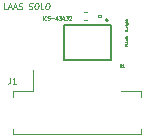
<source format=gbr>
%TF.GenerationSoftware,KiCad,Pcbnew,6.0.4-6f826c9f35~116~ubuntu18.04.1*%
%TF.CreationDate,2022-05-30T12:28:13+02:00*%
%TF.ProjectId,Micro_43432,4d696372-6f5f-4343-9334-33322e6b6963,rev?*%
%TF.SameCoordinates,Original*%
%TF.FileFunction,Legend,Top*%
%TF.FilePolarity,Positive*%
%FSLAX46Y46*%
G04 Gerber Fmt 4.6, Leading zero omitted, Abs format (unit mm)*
G04 Created by KiCad (PCBNEW 6.0.4-6f826c9f35~116~ubuntu18.04.1) date 2022-05-30 12:28:13*
%MOMM*%
%LPD*%
G01*
G04 APERTURE LIST*
%ADD10C,0.050000*%
%ADD11C,0.100000*%
%ADD12C,0.127000*%
%ADD13C,0.200000*%
%ADD14C,0.120000*%
G04 APERTURE END LIST*
D10*
X131578741Y-67135714D02*
X131616241Y-66835714D01*
X131896598Y-67107142D02*
X131880526Y-67121428D01*
X131835883Y-67135714D01*
X131807312Y-67135714D01*
X131766241Y-67121428D01*
X131741241Y-67092857D01*
X131730526Y-67064285D01*
X131723383Y-67007142D01*
X131728741Y-66964285D01*
X131750169Y-66907142D01*
X131768026Y-66878571D01*
X131800169Y-66850000D01*
X131844812Y-66835714D01*
X131873383Y-66835714D01*
X131914455Y-66850000D01*
X131926955Y-66864285D01*
X132009098Y-67121428D02*
X132050169Y-67135714D01*
X132121598Y-67135714D01*
X132151955Y-67121428D01*
X132168026Y-67107142D01*
X132185883Y-67078571D01*
X132189455Y-67050000D01*
X132178741Y-67021428D01*
X132166241Y-67007142D01*
X132139455Y-66992857D01*
X132084098Y-66978571D01*
X132057312Y-66964285D01*
X132044812Y-66950000D01*
X132034098Y-66921428D01*
X132037669Y-66892857D01*
X132055526Y-66864285D01*
X132071598Y-66850000D01*
X132101955Y-66835714D01*
X132173383Y-66835714D01*
X132214455Y-66850000D01*
X132321598Y-67021428D02*
X132550169Y-67021428D01*
X132832312Y-66935714D02*
X132807312Y-67135714D01*
X132775169Y-66821428D02*
X132676955Y-67035714D01*
X132862669Y-67035714D01*
X132973383Y-66835714D02*
X133159098Y-66835714D01*
X133044812Y-66950000D01*
X133087669Y-66950000D01*
X133114455Y-66964285D01*
X133126955Y-66978571D01*
X133137669Y-67007142D01*
X133128741Y-67078571D01*
X133110883Y-67107142D01*
X133094812Y-67121428D01*
X133064455Y-67135714D01*
X132978741Y-67135714D01*
X132951955Y-67121428D01*
X132939455Y-67107142D01*
X133403741Y-66935714D02*
X133378741Y-67135714D01*
X133346598Y-66821428D02*
X133248383Y-67035714D01*
X133434098Y-67035714D01*
X133544812Y-66835714D02*
X133730526Y-66835714D01*
X133616241Y-66950000D01*
X133659098Y-66950000D01*
X133685883Y-66964285D01*
X133698383Y-66978571D01*
X133709098Y-67007142D01*
X133700169Y-67078571D01*
X133682312Y-67107142D01*
X133666241Y-67121428D01*
X133635883Y-67135714D01*
X133550169Y-67135714D01*
X133523383Y-67121428D01*
X133510883Y-67107142D01*
X133841241Y-66864285D02*
X133857312Y-66850000D01*
X133887669Y-66835714D01*
X133959098Y-66835714D01*
X133985883Y-66850000D01*
X133998383Y-66864285D01*
X134009098Y-66892857D01*
X134005526Y-66921428D01*
X133985883Y-66964285D01*
X133793026Y-67135714D01*
X133978741Y-67135714D01*
X128535997Y-66226190D02*
X128297901Y-66226190D01*
X128360401Y-65726190D01*
X128696711Y-66083333D02*
X128934806Y-66083333D01*
X128631235Y-66226190D02*
X128860401Y-65726190D01*
X128964568Y-66226190D01*
X129125282Y-66083333D02*
X129363377Y-66083333D01*
X129059806Y-66226190D02*
X129288973Y-65726190D01*
X129393139Y-66226190D01*
X129538973Y-66202380D02*
X129607425Y-66226190D01*
X129726473Y-66226190D01*
X129777068Y-66202380D01*
X129803854Y-66178571D01*
X129833616Y-66130952D01*
X129839568Y-66083333D01*
X129821711Y-66035714D01*
X129800877Y-66011904D01*
X129756235Y-65988095D01*
X129663973Y-65964285D01*
X129619330Y-65940476D01*
X129598497Y-65916666D01*
X129580639Y-65869047D01*
X129586592Y-65821428D01*
X129616354Y-65773809D01*
X129643139Y-65750000D01*
X129693735Y-65726190D01*
X129812782Y-65726190D01*
X129881235Y-65750000D01*
X130396116Y-66202380D02*
X130464568Y-66226190D01*
X130583616Y-66226190D01*
X130634211Y-66202380D01*
X130660997Y-66178571D01*
X130690758Y-66130952D01*
X130696711Y-66083333D01*
X130678854Y-66035714D01*
X130658020Y-66011904D01*
X130613377Y-65988095D01*
X130521116Y-65964285D01*
X130476473Y-65940476D01*
X130455639Y-65916666D01*
X130437782Y-65869047D01*
X130443735Y-65821428D01*
X130473497Y-65773809D01*
X130500282Y-65750000D01*
X130550877Y-65726190D01*
X130669925Y-65726190D01*
X130738377Y-65750000D01*
X131050877Y-65726190D02*
X131146116Y-65726190D01*
X131190758Y-65750000D01*
X131232425Y-65797619D01*
X131244330Y-65892857D01*
X131223497Y-66059523D01*
X131187782Y-66154761D01*
X131134211Y-66202380D01*
X131083616Y-66226190D01*
X130988377Y-66226190D01*
X130943735Y-66202380D01*
X130902068Y-66154761D01*
X130890163Y-66059523D01*
X130910997Y-65892857D01*
X130946711Y-65797619D01*
X131000282Y-65750000D01*
X131050877Y-65726190D01*
X131655044Y-66226190D02*
X131416949Y-66226190D01*
X131479449Y-65726190D01*
X131979449Y-65726190D02*
X132074687Y-65726190D01*
X132119330Y-65750000D01*
X132160997Y-65797619D01*
X132172901Y-65892857D01*
X132152068Y-66059523D01*
X132116354Y-66154761D01*
X132062782Y-66202380D01*
X132012187Y-66226190D01*
X131916949Y-66226190D01*
X131872306Y-66202380D01*
X131830639Y-66154761D01*
X131818735Y-66059523D01*
X131839568Y-65892857D01*
X131875282Y-65797619D01*
X131928854Y-65750000D01*
X131979449Y-65726190D01*
%TO.C,R_left*%
X138740476Y-69216666D02*
X138645238Y-69283333D01*
X138740476Y-69330952D02*
X138540476Y-69330952D01*
X138540476Y-69254761D01*
X138550000Y-69235714D01*
X138559523Y-69226190D01*
X138578571Y-69216666D01*
X138607142Y-69216666D01*
X138626190Y-69226190D01*
X138635714Y-69235714D01*
X138645238Y-69254761D01*
X138645238Y-69330952D01*
X138759523Y-69178571D02*
X138759523Y-69026190D01*
X138740476Y-68950000D02*
X138730952Y-68969047D01*
X138711904Y-68978571D01*
X138540476Y-68978571D01*
X138730952Y-68797619D02*
X138740476Y-68816666D01*
X138740476Y-68854761D01*
X138730952Y-68873809D01*
X138711904Y-68883333D01*
X138635714Y-68883333D01*
X138616666Y-68873809D01*
X138607142Y-68854761D01*
X138607142Y-68816666D01*
X138616666Y-68797619D01*
X138635714Y-68788095D01*
X138654761Y-68788095D01*
X138673809Y-68883333D01*
X138607142Y-68730952D02*
X138607142Y-68654761D01*
X138740476Y-68702380D02*
X138569047Y-68702380D01*
X138550000Y-68692857D01*
X138540476Y-68673809D01*
X138540476Y-68654761D01*
X138607142Y-68616666D02*
X138607142Y-68540476D01*
X138540476Y-68588095D02*
X138711904Y-68588095D01*
X138730952Y-68578571D01*
X138740476Y-68559523D01*
X138740476Y-68540476D01*
%TO.C,C1*%
X136366666Y-66871428D02*
X136357142Y-66880952D01*
X136328571Y-66890476D01*
X136309523Y-66890476D01*
X136280952Y-66880952D01*
X136261904Y-66861904D01*
X136252380Y-66842857D01*
X136242857Y-66804761D01*
X136242857Y-66776190D01*
X136252380Y-66738095D01*
X136261904Y-66719047D01*
X136280952Y-66700000D01*
X136309523Y-66690476D01*
X136328571Y-66690476D01*
X136357142Y-66700000D01*
X136366666Y-66709523D01*
X136557142Y-66890476D02*
X136442857Y-66890476D01*
X136500000Y-66890476D02*
X136500000Y-66690476D01*
X136480952Y-66719047D01*
X136461904Y-66738095D01*
X136442857Y-66747619D01*
D11*
%TO.C,J1*%
X128833333Y-72026190D02*
X128833333Y-72383333D01*
X128809523Y-72454761D01*
X128761904Y-72502380D01*
X128690476Y-72526190D01*
X128642857Y-72526190D01*
X129333333Y-72526190D02*
X129047619Y-72526190D01*
X129190476Y-72526190D02*
X129190476Y-72026190D01*
X129142857Y-72097619D01*
X129095238Y-72145238D01*
X129047619Y-72169047D01*
D10*
%TO.C,R1*%
X138254166Y-71090476D02*
X138187500Y-70995238D01*
X138139880Y-71090476D02*
X138139880Y-70890476D01*
X138216071Y-70890476D01*
X138235119Y-70900000D01*
X138244642Y-70909523D01*
X138254166Y-70928571D01*
X138254166Y-70957142D01*
X138244642Y-70976190D01*
X138235119Y-70985714D01*
X138216071Y-70995238D01*
X138139880Y-70995238D01*
X138444642Y-71090476D02*
X138330357Y-71090476D01*
X138387500Y-71090476D02*
X138387500Y-70890476D01*
X138368452Y-70919047D01*
X138349404Y-70938095D01*
X138330357Y-70947619D01*
%TO.C,R_right*%
X138740476Y-67961904D02*
X138645238Y-68028571D01*
X138740476Y-68076190D02*
X138540476Y-68076190D01*
X138540476Y-68000000D01*
X138550000Y-67980952D01*
X138559523Y-67971428D01*
X138578571Y-67961904D01*
X138607142Y-67961904D01*
X138626190Y-67971428D01*
X138635714Y-67980952D01*
X138645238Y-68000000D01*
X138645238Y-68076190D01*
X138759523Y-67923809D02*
X138759523Y-67771428D01*
X138740476Y-67723809D02*
X138607142Y-67723809D01*
X138645238Y-67723809D02*
X138626190Y-67714285D01*
X138616666Y-67704761D01*
X138607142Y-67685714D01*
X138607142Y-67666666D01*
X138740476Y-67600000D02*
X138607142Y-67600000D01*
X138540476Y-67600000D02*
X138550000Y-67609523D01*
X138559523Y-67600000D01*
X138550000Y-67590476D01*
X138540476Y-67600000D01*
X138559523Y-67600000D01*
X138607142Y-67419047D02*
X138769047Y-67419047D01*
X138788095Y-67428571D01*
X138797619Y-67438095D01*
X138807142Y-67457142D01*
X138807142Y-67485714D01*
X138797619Y-67504761D01*
X138730952Y-67419047D02*
X138740476Y-67438095D01*
X138740476Y-67476190D01*
X138730952Y-67495238D01*
X138721428Y-67504761D01*
X138702380Y-67514285D01*
X138645238Y-67514285D01*
X138626190Y-67504761D01*
X138616666Y-67495238D01*
X138607142Y-67476190D01*
X138607142Y-67438095D01*
X138616666Y-67419047D01*
X138740476Y-67323809D02*
X138540476Y-67323809D01*
X138740476Y-67238095D02*
X138635714Y-67238095D01*
X138616666Y-67247619D01*
X138607142Y-67266666D01*
X138607142Y-67295238D01*
X138616666Y-67314285D01*
X138626190Y-67323809D01*
X138607142Y-67171428D02*
X138607142Y-67095238D01*
X138540476Y-67142857D02*
X138711904Y-67142857D01*
X138730952Y-67133333D01*
X138740476Y-67114285D01*
X138740476Y-67095238D01*
D12*
%TO.C,K1*%
X137400000Y-67562500D02*
X137400000Y-70562500D01*
X133400000Y-70562500D02*
X133400000Y-67562500D01*
X137400000Y-70562500D02*
X133400000Y-70562500D01*
X133400000Y-67562500D02*
X137400000Y-67562500D01*
D13*
X137125000Y-67162500D02*
G75*
G03*
X137125000Y-67162500I-100000J0D01*
G01*
D14*
%TO.C,C1*%
X135307836Y-67160000D02*
X135092164Y-67160000D01*
X135307836Y-66440000D02*
X135092164Y-66440000D01*
%TO.C,J1*%
X129075000Y-76800000D02*
X139925000Y-76800000D01*
X129075000Y-76360000D02*
X129075000Y-76800000D01*
X130765000Y-73200000D02*
X130765000Y-71400000D01*
X129075000Y-73200000D02*
X129075000Y-73640000D01*
X130765000Y-73200000D02*
X129075000Y-73200000D01*
X139925000Y-76800000D02*
X139925000Y-76360000D01*
X138235000Y-73200000D02*
X139925000Y-73200000D01*
X139925000Y-73200000D02*
X139925000Y-73640000D01*
%TD*%
M02*

</source>
